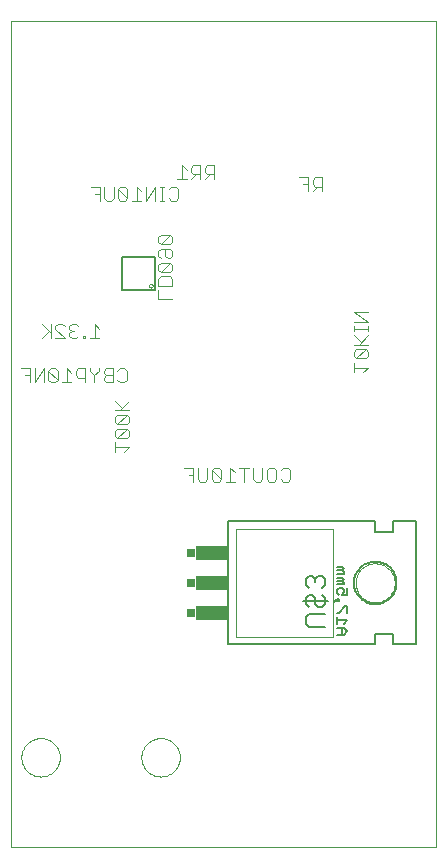
<source format=gbo>
G75*
%MOIN*%
%OFA0B0*%
%FSLAX24Y24*%
%IPPOS*%
%LPD*%
%AMOC8*
5,1,8,0,0,1.08239X$1,22.5*
%
%ADD10C,0.0000*%
%ADD11C,0.0040*%
%ADD12C,0.0080*%
%ADD13C,0.0050*%
%ADD14C,0.0020*%
%ADD15C,0.0070*%
%ADD16R,0.0250X0.0300*%
%ADD17R,0.1100X0.0500*%
D10*
X000200Y001920D02*
X000200Y029479D01*
X014374Y029479D01*
X014374Y001920D01*
X000200Y001920D01*
X000560Y004920D02*
X000562Y004970D01*
X000568Y005020D01*
X000578Y005069D01*
X000591Y005118D01*
X000609Y005165D01*
X000630Y005211D01*
X000654Y005254D01*
X000682Y005296D01*
X000713Y005336D01*
X000747Y005373D01*
X000784Y005407D01*
X000824Y005438D01*
X000866Y005466D01*
X000909Y005490D01*
X000955Y005511D01*
X001002Y005529D01*
X001051Y005542D01*
X001100Y005552D01*
X001150Y005558D01*
X001200Y005560D01*
X001250Y005558D01*
X001300Y005552D01*
X001349Y005542D01*
X001398Y005529D01*
X001445Y005511D01*
X001491Y005490D01*
X001534Y005466D01*
X001576Y005438D01*
X001616Y005407D01*
X001653Y005373D01*
X001687Y005336D01*
X001718Y005296D01*
X001746Y005254D01*
X001770Y005211D01*
X001791Y005165D01*
X001809Y005118D01*
X001822Y005069D01*
X001832Y005020D01*
X001838Y004970D01*
X001840Y004920D01*
X001838Y004870D01*
X001832Y004820D01*
X001822Y004771D01*
X001809Y004722D01*
X001791Y004675D01*
X001770Y004629D01*
X001746Y004586D01*
X001718Y004544D01*
X001687Y004504D01*
X001653Y004467D01*
X001616Y004433D01*
X001576Y004402D01*
X001534Y004374D01*
X001491Y004350D01*
X001445Y004329D01*
X001398Y004311D01*
X001349Y004298D01*
X001300Y004288D01*
X001250Y004282D01*
X001200Y004280D01*
X001150Y004282D01*
X001100Y004288D01*
X001051Y004298D01*
X001002Y004311D01*
X000955Y004329D01*
X000909Y004350D01*
X000866Y004374D01*
X000824Y004402D01*
X000784Y004433D01*
X000747Y004467D01*
X000713Y004504D01*
X000682Y004544D01*
X000654Y004586D01*
X000630Y004629D01*
X000609Y004675D01*
X000591Y004722D01*
X000578Y004771D01*
X000568Y004820D01*
X000562Y004870D01*
X000560Y004920D01*
X004560Y004920D02*
X004562Y004970D01*
X004568Y005020D01*
X004578Y005069D01*
X004591Y005118D01*
X004609Y005165D01*
X004630Y005211D01*
X004654Y005254D01*
X004682Y005296D01*
X004713Y005336D01*
X004747Y005373D01*
X004784Y005407D01*
X004824Y005438D01*
X004866Y005466D01*
X004909Y005490D01*
X004955Y005511D01*
X005002Y005529D01*
X005051Y005542D01*
X005100Y005552D01*
X005150Y005558D01*
X005200Y005560D01*
X005250Y005558D01*
X005300Y005552D01*
X005349Y005542D01*
X005398Y005529D01*
X005445Y005511D01*
X005491Y005490D01*
X005534Y005466D01*
X005576Y005438D01*
X005616Y005407D01*
X005653Y005373D01*
X005687Y005336D01*
X005718Y005296D01*
X005746Y005254D01*
X005770Y005211D01*
X005791Y005165D01*
X005809Y005118D01*
X005822Y005069D01*
X005832Y005020D01*
X005838Y004970D01*
X005840Y004920D01*
X005838Y004870D01*
X005832Y004820D01*
X005822Y004771D01*
X005809Y004722D01*
X005791Y004675D01*
X005770Y004629D01*
X005746Y004586D01*
X005718Y004544D01*
X005687Y004504D01*
X005653Y004467D01*
X005616Y004433D01*
X005576Y004402D01*
X005534Y004374D01*
X005491Y004350D01*
X005445Y004329D01*
X005398Y004311D01*
X005349Y004298D01*
X005300Y004288D01*
X005250Y004282D01*
X005200Y004280D01*
X005150Y004282D01*
X005100Y004288D01*
X005051Y004298D01*
X005002Y004311D01*
X004955Y004329D01*
X004909Y004350D01*
X004866Y004374D01*
X004824Y004402D01*
X004784Y004433D01*
X004747Y004467D01*
X004713Y004504D01*
X004682Y004544D01*
X004654Y004586D01*
X004630Y004629D01*
X004609Y004675D01*
X004591Y004722D01*
X004578Y004771D01*
X004568Y004820D01*
X004562Y004870D01*
X004560Y004920D01*
X011702Y010735D02*
X011704Y010785D01*
X011710Y010835D01*
X011720Y010885D01*
X011733Y010933D01*
X011750Y010981D01*
X011771Y011027D01*
X011795Y011071D01*
X011823Y011113D01*
X011854Y011153D01*
X011888Y011190D01*
X011925Y011225D01*
X011964Y011256D01*
X012005Y011285D01*
X012049Y011310D01*
X012095Y011332D01*
X012142Y011350D01*
X012190Y011364D01*
X012239Y011375D01*
X012289Y011382D01*
X012339Y011385D01*
X012390Y011384D01*
X012440Y011379D01*
X012490Y011370D01*
X012538Y011358D01*
X012586Y011341D01*
X012632Y011321D01*
X012677Y011298D01*
X012720Y011271D01*
X012760Y011241D01*
X012798Y011208D01*
X012833Y011172D01*
X012866Y011133D01*
X012895Y011092D01*
X012921Y011049D01*
X012944Y011004D01*
X012963Y010957D01*
X012978Y010909D01*
X012990Y010860D01*
X012998Y010810D01*
X013002Y010760D01*
X013002Y010710D01*
X012998Y010660D01*
X012990Y010610D01*
X012978Y010561D01*
X012963Y010513D01*
X012944Y010466D01*
X012921Y010421D01*
X012895Y010378D01*
X012866Y010337D01*
X012833Y010298D01*
X012798Y010262D01*
X012760Y010229D01*
X012720Y010199D01*
X012677Y010172D01*
X012632Y010149D01*
X012586Y010129D01*
X012538Y010112D01*
X012490Y010100D01*
X012440Y010091D01*
X012390Y010086D01*
X012339Y010085D01*
X012289Y010088D01*
X012239Y010095D01*
X012190Y010106D01*
X012142Y010120D01*
X012095Y010138D01*
X012049Y010160D01*
X012005Y010185D01*
X011964Y010214D01*
X011925Y010245D01*
X011888Y010280D01*
X011854Y010317D01*
X011823Y010357D01*
X011795Y010399D01*
X011771Y010443D01*
X011750Y010489D01*
X011733Y010537D01*
X011720Y010585D01*
X011710Y010635D01*
X011704Y010685D01*
X011702Y010735D01*
D11*
X009438Y014110D02*
X009285Y014110D01*
X009208Y014186D01*
X009055Y014186D02*
X009055Y014493D01*
X008978Y014570D01*
X008824Y014570D01*
X008748Y014493D01*
X008748Y014186D01*
X008824Y014110D01*
X008978Y014110D01*
X009055Y014186D01*
X009208Y014493D02*
X009285Y014570D01*
X009438Y014570D01*
X009515Y014493D01*
X009515Y014186D01*
X009438Y014110D01*
X008594Y014186D02*
X008518Y014110D01*
X008364Y014110D01*
X008287Y014186D01*
X008287Y014570D01*
X008134Y014570D02*
X007827Y014570D01*
X007980Y014570D02*
X007980Y014110D01*
X007673Y014110D02*
X007367Y014110D01*
X007520Y014110D02*
X007520Y014570D01*
X007673Y014417D01*
X007213Y014493D02*
X007213Y014186D01*
X006906Y014493D01*
X006906Y014186D01*
X006983Y014110D01*
X007136Y014110D01*
X007213Y014186D01*
X007213Y014493D02*
X007136Y014570D01*
X006983Y014570D01*
X006906Y014493D01*
X006753Y014570D02*
X006753Y014186D01*
X006676Y014110D01*
X006522Y014110D01*
X006446Y014186D01*
X006446Y014570D01*
X006292Y014570D02*
X005985Y014570D01*
X006139Y014340D02*
X006292Y014340D01*
X006292Y014110D02*
X006292Y014570D01*
X004140Y015263D02*
X003680Y015263D01*
X003680Y015416D02*
X003680Y015109D01*
X003987Y015109D02*
X004140Y015263D01*
X004064Y015570D02*
X004140Y015647D01*
X004140Y015800D01*
X004064Y015877D01*
X003757Y015570D01*
X003680Y015647D01*
X003680Y015800D01*
X003757Y015877D01*
X004064Y015877D01*
X004064Y016030D02*
X004140Y016107D01*
X004140Y016260D01*
X004064Y016337D01*
X003757Y016030D01*
X003680Y016107D01*
X003680Y016260D01*
X003757Y016337D01*
X004064Y016337D01*
X004140Y016491D02*
X003680Y016491D01*
X003833Y016491D02*
X004140Y016798D01*
X003910Y016567D02*
X003680Y016798D01*
X003608Y017421D02*
X003378Y017421D01*
X003301Y017497D01*
X003301Y017574D01*
X003378Y017651D01*
X003608Y017651D01*
X003761Y017804D02*
X003838Y017881D01*
X003992Y017881D01*
X004068Y017804D01*
X004068Y017497D01*
X003992Y017421D01*
X003838Y017421D01*
X003761Y017497D01*
X003608Y017421D02*
X003608Y017881D01*
X003378Y017881D01*
X003301Y017804D01*
X003301Y017728D01*
X003378Y017651D01*
X003147Y017804D02*
X002994Y017651D01*
X002994Y017421D01*
X002994Y017651D02*
X002841Y017804D01*
X002841Y017881D01*
X002687Y017881D02*
X002457Y017881D01*
X002380Y017804D01*
X002380Y017651D01*
X002457Y017574D01*
X002687Y017574D01*
X002687Y017421D02*
X002687Y017881D01*
X003147Y017881D02*
X003147Y017804D01*
X003151Y018904D02*
X002844Y018904D01*
X002691Y018904D02*
X002614Y018904D01*
X002614Y018980D01*
X002691Y018980D01*
X002691Y018904D01*
X002460Y018980D02*
X002384Y018904D01*
X002230Y018904D01*
X002153Y018980D01*
X002153Y019057D01*
X002230Y019134D01*
X002307Y019134D01*
X002230Y019134D02*
X002153Y019211D01*
X002153Y019287D01*
X002230Y019364D01*
X002384Y019364D01*
X002460Y019287D01*
X002000Y019287D02*
X001923Y019364D01*
X001770Y019364D01*
X001693Y019287D01*
X001693Y019211D01*
X002000Y018904D01*
X001693Y018904D01*
X001540Y018904D02*
X001540Y019364D01*
X001463Y019134D02*
X001233Y018904D01*
X001540Y019057D02*
X001233Y019364D01*
X001306Y017881D02*
X000999Y017421D01*
X000999Y017881D01*
X000846Y017881D02*
X000539Y017881D01*
X000692Y017651D02*
X000846Y017651D01*
X000846Y017421D02*
X000846Y017881D01*
X001306Y017881D02*
X001306Y017421D01*
X001459Y017497D02*
X001536Y017421D01*
X001690Y017421D01*
X001766Y017497D01*
X001459Y017804D01*
X001459Y017497D01*
X001766Y017497D02*
X001766Y017804D01*
X001690Y017881D01*
X001536Y017881D01*
X001459Y017804D01*
X001920Y017421D02*
X002227Y017421D01*
X002073Y017421D02*
X002073Y017881D01*
X002227Y017728D01*
X002998Y018904D02*
X002998Y019364D01*
X003151Y019211D01*
X003757Y016030D02*
X004064Y016030D01*
X004064Y015570D02*
X003757Y015570D01*
X005124Y020182D02*
X005124Y020489D01*
X005124Y020643D02*
X005124Y020873D01*
X005201Y020950D01*
X005508Y020950D01*
X005584Y020873D01*
X005584Y020643D01*
X005124Y020643D01*
X004816Y020642D02*
X004818Y020657D01*
X004824Y020672D01*
X004833Y020684D01*
X004845Y020694D01*
X004859Y020701D01*
X004874Y020704D01*
X004890Y020703D01*
X004904Y020698D01*
X004918Y020690D01*
X004928Y020678D01*
X004936Y020665D01*
X004940Y020650D01*
X004940Y020634D01*
X004936Y020619D01*
X004928Y020606D01*
X004918Y020594D01*
X004904Y020586D01*
X004890Y020581D01*
X004874Y020580D01*
X004859Y020583D01*
X004845Y020590D01*
X004833Y020600D01*
X004824Y020612D01*
X004818Y020627D01*
X004816Y020642D01*
X005124Y020182D02*
X005584Y020182D01*
X005508Y021103D02*
X005201Y021103D01*
X005508Y021410D01*
X005201Y021410D01*
X005124Y021333D01*
X005124Y021180D01*
X005201Y021103D01*
X005201Y021564D02*
X005124Y021640D01*
X005124Y021794D01*
X005201Y021871D01*
X005508Y021871D01*
X005584Y021794D01*
X005584Y021640D01*
X005508Y021564D01*
X005431Y021564D01*
X005354Y021640D01*
X005354Y021871D01*
X005201Y022024D02*
X005508Y022331D01*
X005201Y022331D01*
X005124Y022254D01*
X005124Y022101D01*
X005201Y022024D01*
X005508Y022024D01*
X005584Y022101D01*
X005584Y022254D01*
X005508Y022331D01*
X005508Y021410D02*
X005584Y021333D01*
X005584Y021180D01*
X005508Y021103D01*
X005549Y023480D02*
X005472Y023556D01*
X005549Y023480D02*
X005702Y023480D01*
X005779Y023556D01*
X005779Y023863D01*
X005702Y023940D01*
X005549Y023940D01*
X005472Y023863D01*
X005318Y023940D02*
X005165Y023940D01*
X005242Y023940D02*
X005242Y023480D01*
X005318Y023480D02*
X005165Y023480D01*
X005011Y023480D02*
X005011Y023940D01*
X004705Y023480D01*
X004705Y023940D01*
X004551Y023787D02*
X004398Y023940D01*
X004398Y023480D01*
X004551Y023480D02*
X004244Y023480D01*
X004091Y023556D02*
X004091Y023863D01*
X004014Y023940D01*
X003861Y023940D01*
X003784Y023863D01*
X004091Y023556D01*
X004014Y023480D01*
X003861Y023480D01*
X003784Y023556D01*
X003784Y023863D01*
X003630Y023940D02*
X003630Y023556D01*
X003554Y023480D01*
X003400Y023480D01*
X003323Y023556D01*
X003323Y023940D01*
X003170Y023940D02*
X003170Y023480D01*
X003170Y023710D02*
X003016Y023710D01*
X003170Y023940D02*
X002863Y023940D01*
X005756Y024195D02*
X006063Y024195D01*
X005910Y024195D02*
X005910Y024655D01*
X006063Y024502D01*
X006217Y024425D02*
X006293Y024349D01*
X006524Y024349D01*
X006370Y024349D02*
X006217Y024195D01*
X006217Y024425D02*
X006217Y024579D01*
X006293Y024655D01*
X006524Y024655D01*
X006524Y024195D01*
X006677Y024195D02*
X006831Y024349D01*
X006754Y024349D02*
X006984Y024349D01*
X006984Y024195D02*
X006984Y024655D01*
X006754Y024655D01*
X006677Y024579D01*
X006677Y024425D01*
X006754Y024349D01*
X009807Y024254D02*
X010114Y024254D01*
X010114Y023794D01*
X010268Y023794D02*
X010421Y023947D01*
X010345Y023947D02*
X010575Y023947D01*
X010575Y023794D02*
X010575Y024254D01*
X010345Y024254D01*
X010268Y024177D01*
X010268Y024024D01*
X010345Y023947D01*
X010114Y024024D02*
X009961Y024024D01*
X011647Y019752D02*
X012107Y019752D01*
X012107Y019445D02*
X011647Y019752D01*
X011647Y019445D02*
X012107Y019445D01*
X012107Y019291D02*
X012107Y019138D01*
X012107Y019214D02*
X011647Y019214D01*
X011647Y019138D02*
X011647Y019291D01*
X011647Y018984D02*
X011877Y018754D01*
X011800Y018677D02*
X012107Y018984D01*
X012107Y018677D02*
X011647Y018677D01*
X011724Y018524D02*
X011647Y018447D01*
X011647Y018294D01*
X011724Y018217D01*
X012030Y018524D01*
X011724Y018524D01*
X011724Y018217D02*
X012030Y018217D01*
X012107Y018294D01*
X012107Y018447D01*
X012030Y018524D01*
X011647Y018063D02*
X011647Y017757D01*
X011647Y017910D02*
X012107Y017910D01*
X011954Y017757D01*
X008594Y014570D02*
X008594Y014186D01*
D12*
X005025Y020504D02*
X005025Y021612D01*
X003903Y021612D01*
X003903Y020504D01*
X005025Y020504D01*
D13*
X007452Y012785D02*
X012352Y012785D01*
X012352Y012435D01*
X012952Y012435D01*
X012952Y012785D01*
X013702Y012785D01*
X013702Y008685D01*
X012952Y008685D01*
X012952Y009035D01*
X012352Y009035D01*
X012352Y008685D01*
X007452Y008685D01*
X007452Y012785D01*
X010964Y010088D02*
X011077Y010201D01*
X011077Y010144D01*
X011134Y010144D01*
X011134Y010201D01*
X011077Y010201D01*
X011134Y010327D02*
X011077Y010384D01*
X011077Y010497D01*
X011134Y010554D01*
X011248Y010554D01*
X011304Y010497D01*
X011304Y010440D01*
X011248Y010327D01*
X011418Y010327D01*
X011418Y010554D01*
X011304Y010686D02*
X011304Y010743D01*
X011248Y010800D01*
X011304Y010856D01*
X011248Y010913D01*
X011077Y010913D01*
X011077Y010800D02*
X011248Y010800D01*
X011304Y010686D02*
X011077Y010686D01*
X011077Y011045D02*
X011304Y011045D01*
X011304Y011102D01*
X011248Y011159D01*
X011304Y011215D01*
X011248Y011272D01*
X011077Y011272D01*
X011077Y011159D02*
X011248Y011159D01*
X011361Y009955D02*
X011134Y009729D01*
X011077Y009729D01*
X011077Y009596D02*
X011077Y009369D01*
X011077Y009483D02*
X011418Y009483D01*
X011304Y009369D01*
X011304Y009237D02*
X011077Y009237D01*
X011248Y009237D02*
X011248Y009010D01*
X011304Y009010D02*
X011418Y009124D01*
X011304Y009237D01*
X011304Y009010D02*
X011077Y009010D01*
X011418Y009729D02*
X011418Y009955D01*
X011361Y009955D01*
X011642Y010735D02*
X011644Y010788D01*
X011650Y010841D01*
X011660Y010893D01*
X011674Y010944D01*
X011691Y010994D01*
X011712Y011043D01*
X011737Y011090D01*
X011765Y011135D01*
X011797Y011178D01*
X011832Y011218D01*
X011869Y011255D01*
X011909Y011290D01*
X011952Y011322D01*
X011997Y011350D01*
X012044Y011375D01*
X012093Y011396D01*
X012143Y011413D01*
X012194Y011427D01*
X012246Y011437D01*
X012299Y011443D01*
X012352Y011445D01*
X012405Y011443D01*
X012458Y011437D01*
X012510Y011427D01*
X012561Y011413D01*
X012611Y011396D01*
X012660Y011375D01*
X012707Y011350D01*
X012752Y011322D01*
X012795Y011290D01*
X012835Y011255D01*
X012872Y011218D01*
X012907Y011178D01*
X012939Y011135D01*
X012967Y011090D01*
X012992Y011043D01*
X013013Y010994D01*
X013030Y010944D01*
X013044Y010893D01*
X013054Y010841D01*
X013060Y010788D01*
X013062Y010735D01*
X013060Y010682D01*
X013054Y010629D01*
X013044Y010577D01*
X013030Y010526D01*
X013013Y010476D01*
X012992Y010427D01*
X012967Y010380D01*
X012939Y010335D01*
X012907Y010292D01*
X012872Y010252D01*
X012835Y010215D01*
X012795Y010180D01*
X012752Y010148D01*
X012707Y010120D01*
X012660Y010095D01*
X012611Y010074D01*
X012561Y010057D01*
X012510Y010043D01*
X012458Y010033D01*
X012405Y010027D01*
X012352Y010025D01*
X012299Y010027D01*
X012246Y010033D01*
X012194Y010043D01*
X012143Y010057D01*
X012093Y010074D01*
X012044Y010095D01*
X011997Y010120D01*
X011952Y010148D01*
X011909Y010180D01*
X011869Y010215D01*
X011832Y010252D01*
X011797Y010292D01*
X011765Y010335D01*
X011737Y010380D01*
X011712Y010427D01*
X011691Y010476D01*
X011674Y010526D01*
X011660Y010577D01*
X011650Y010629D01*
X011644Y010682D01*
X011642Y010735D01*
D14*
X010952Y008935D02*
X007702Y008935D01*
X007702Y012535D01*
X010952Y012535D01*
X010952Y008935D01*
D15*
X010668Y009270D02*
X010142Y009270D01*
X010037Y009375D01*
X010037Y009586D01*
X010142Y009691D01*
X010668Y009691D01*
X010563Y009915D02*
X010668Y010020D01*
X010668Y010230D01*
X010563Y010335D01*
X010563Y010559D02*
X010668Y010665D01*
X010668Y010875D01*
X010563Y010980D01*
X010458Y010980D01*
X010353Y010875D01*
X010248Y010980D01*
X010142Y010980D01*
X010037Y010875D01*
X010037Y010665D01*
X010142Y010559D01*
X010142Y010335D02*
X010037Y010230D01*
X010037Y010020D01*
X010142Y009915D01*
X010353Y010020D02*
X010353Y010230D01*
X010248Y010335D01*
X010142Y010335D01*
X010353Y010020D02*
X010458Y009915D01*
X010563Y009915D01*
X010773Y010125D02*
X009932Y010125D01*
X010353Y010770D02*
X010353Y010875D01*
D16*
X006227Y010735D03*
X006227Y011735D03*
X006227Y009735D03*
D17*
X006902Y009735D03*
X006902Y010735D03*
X006902Y011735D03*
M02*

</source>
